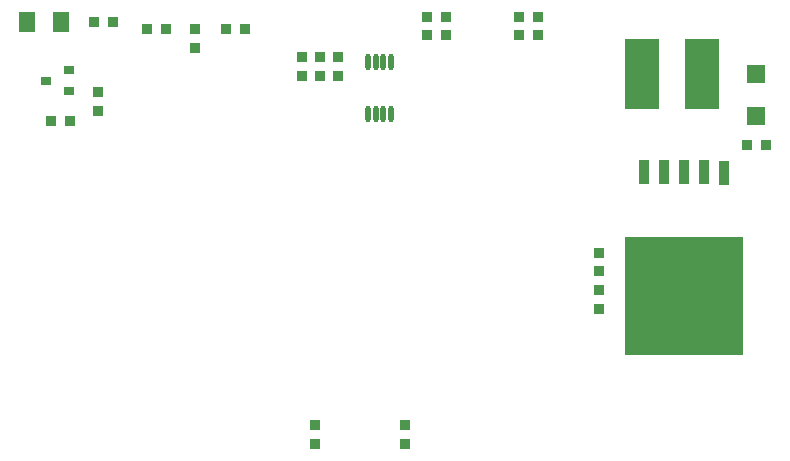
<source format=gtp>
G04 Layer_Color=8421504*
%FSLAX25Y25*%
%MOIN*%
G70*
G01*
G75*
%ADD10R,0.05905X0.05905*%
%ADD11R,0.39370X0.39370*%
%ADD12R,0.03543X0.07874*%
%ADD13R,0.11811X0.23622*%
%ADD14R,0.03543X0.03799*%
%ADD15O,0.01772X0.05709*%
%ADD16R,0.03799X0.03543*%
%ADD17R,0.03543X0.03150*%
%ADD18R,0.05276X0.07087*%
D10*
X268921Y-40335D02*
D03*
Y-54114D02*
D03*
D11*
X244921Y-114173D02*
D03*
D12*
X258307Y-73181D02*
D03*
X251713Y-72984D02*
D03*
X245020D02*
D03*
X238327D02*
D03*
X231634D02*
D03*
D13*
X230921Y-40224D02*
D03*
X250921D02*
D03*
D14*
X117421Y-40878D02*
D03*
Y-34579D02*
D03*
X123421D02*
D03*
Y-40878D02*
D03*
X129421Y-34429D02*
D03*
Y-40728D02*
D03*
X81921Y-31378D02*
D03*
Y-25079D02*
D03*
X216421Y-106024D02*
D03*
Y-99724D02*
D03*
Y-118524D02*
D03*
Y-112224D02*
D03*
X152000Y-157350D02*
D03*
Y-163650D02*
D03*
X122000Y-157350D02*
D03*
Y-163650D02*
D03*
X49421Y-46079D02*
D03*
Y-52378D02*
D03*
D15*
X139583Y-53390D02*
D03*
X142142D02*
D03*
X144701D02*
D03*
X147260D02*
D03*
X139583Y-36067D02*
D03*
X142142D02*
D03*
X144701D02*
D03*
X147260D02*
D03*
D16*
X159272Y-27228D02*
D03*
X165571D02*
D03*
X159272Y-21228D02*
D03*
X165571D02*
D03*
X196071Y-27228D02*
D03*
X189772D02*
D03*
X196071Y-21228D02*
D03*
X189772D02*
D03*
X72071Y-25228D02*
D03*
X65772D02*
D03*
X98571D02*
D03*
X92272D02*
D03*
X272071Y-63724D02*
D03*
X265772D02*
D03*
X40071Y-55728D02*
D03*
X33772D02*
D03*
X54571Y-22728D02*
D03*
X48272D02*
D03*
D17*
X32063Y-42500D02*
D03*
X39937Y-38957D02*
D03*
Y-46043D02*
D03*
D18*
X25791Y-22728D02*
D03*
X37051D02*
D03*
M02*

</source>
